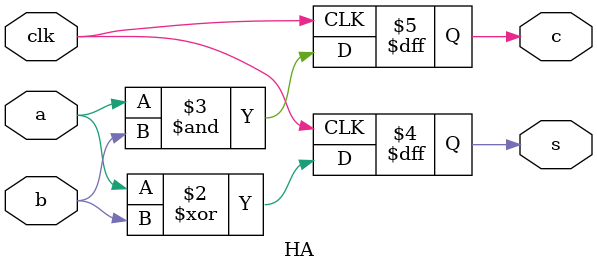
<source format=v>

module HA(clk, a, b, s, c);
    input clk;
    input a, b;
    output  reg s, c;
    always @(posedge clk) begin
        s <=  a ^ b ;//XOR
        c <=  a & b ;
    end
endmodule
</source>
